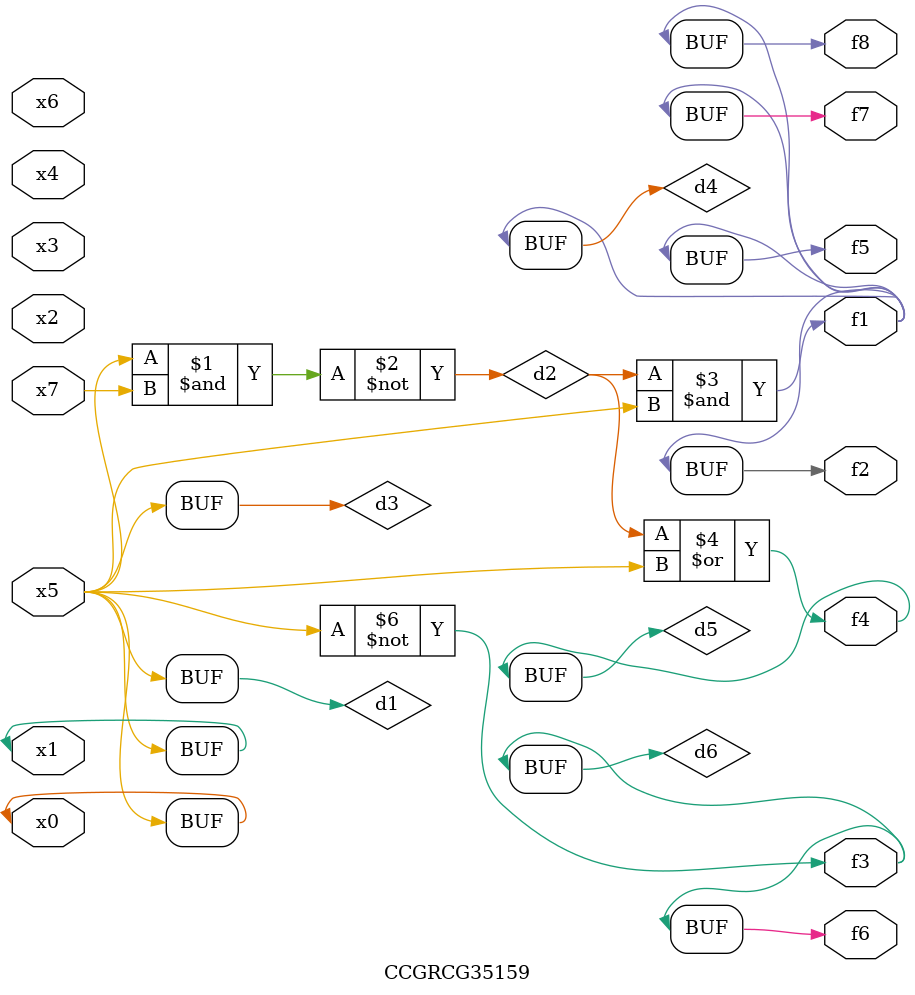
<source format=v>
module CCGRCG35159(
	input x0, x1, x2, x3, x4, x5, x6, x7,
	output f1, f2, f3, f4, f5, f6, f7, f8
);

	wire d1, d2, d3, d4, d5, d6;

	buf (d1, x0, x5);
	nand (d2, x5, x7);
	buf (d3, x0, x1);
	and (d4, d2, d3);
	or (d5, d2, d3);
	nor (d6, d1, d3);
	assign f1 = d4;
	assign f2 = d4;
	assign f3 = d6;
	assign f4 = d5;
	assign f5 = d4;
	assign f6 = d6;
	assign f7 = d4;
	assign f8 = d4;
endmodule

</source>
